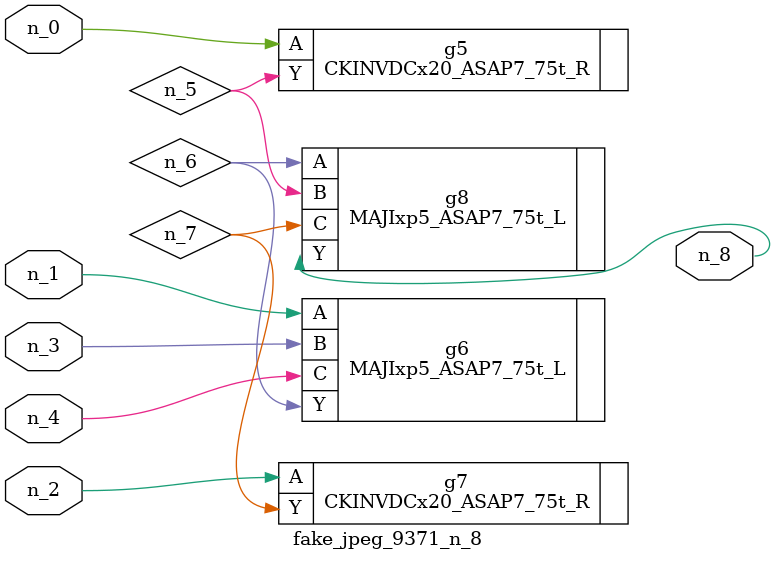
<source format=v>
module fake_jpeg_9371_n_8 (n_3, n_2, n_1, n_0, n_4, n_8);

input n_3;
input n_2;
input n_1;
input n_0;
input n_4;

output n_8;

wire n_6;
wire n_5;
wire n_7;

CKINVDCx20_ASAP7_75t_R g5 ( 
.A(n_0),
.Y(n_5)
);

MAJIxp5_ASAP7_75t_L g6 ( 
.A(n_1),
.B(n_3),
.C(n_4),
.Y(n_6)
);

CKINVDCx20_ASAP7_75t_R g7 ( 
.A(n_2),
.Y(n_7)
);

MAJIxp5_ASAP7_75t_L g8 ( 
.A(n_6),
.B(n_5),
.C(n_7),
.Y(n_8)
);


endmodule
</source>
